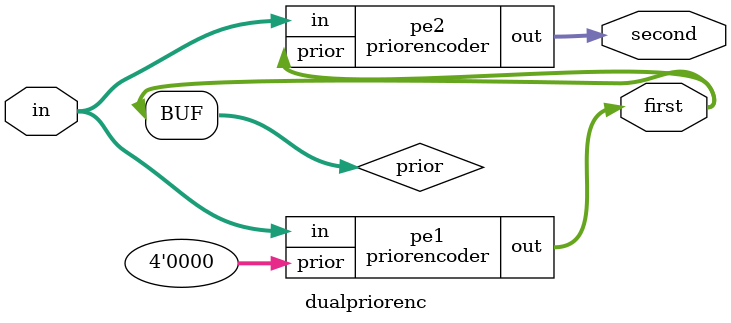
<source format=v>
module priorencoder(out,in,prior);
	
	output reg [3:0]out;
	input [11:0]in;
	input [3:0]prior;
	
	reg [11:0]inI;
	
	always @*
	begin
		case(prior)
			4'h1:
				inI={in[11:1],1'b0};
			4'h2:
				inI={in[11:2],1'b0,in[0]};
			4'h3:
				inI={in[11:3],1'b0,in[1:0]};
			4'h4:
				inI={in[11:4],1'b0,in[2:0]};
			4'h5:
				inI={in[11:5],1'b0,in[3:0]};
			4'h6:
				inI={in[11:6],1'b0,in[4:0]};
			4'h7:
				inI={in[11:7],1'b0,in[5:0]};
			4'h8:
				inI={in[11:8],1'b0,in[6:0]};
			4'h9:
				inI={in[11:9],1'b0,in[7:0]};
			4'ha:
				inI={in[11:10],1'b0,in[8:0]};
			4'hb:
				inI={in[11],1'b0,in[9:0]};
			4'hc:
				inI={1'b0,in[10:0]};
			default:
				inI=in;
		endcase
		
		casez(inI)
			12'b1???????????:
				out=4'hc;
			12'b01??????????:
				out=4'hb;
			12'b001?????????:
				out=4'ha;
			12'b0001????????:
				out=4'h9;
			12'b00001???????:
				out=4'h8;
			12'b000001??????:
				out=4'h7;
			12'b0000001?????:
				out=4'h6;
			12'b00000001????:
				out=4'h5;
			12'b000000001???:
				out=4'h4;
			12'b0000000001??:
				out=4'h3;
			12'b00000000001?:
				out=4'h2;
			12'b000000000001:
				out=4'h1;
			default:
				out=4'h0;
		endcase
	end
	
endmodule

module dualpriorenc(first,second,in);
	
	output [3:0]first,second;
	input [11:0]in;
	
	wire [3:0]prior;
	
	assign prior=first;
	
	priorencoder pe1(first,in,4'h0);
	priorencoder pe2(second,in,prior);
	
endmodule
</source>
